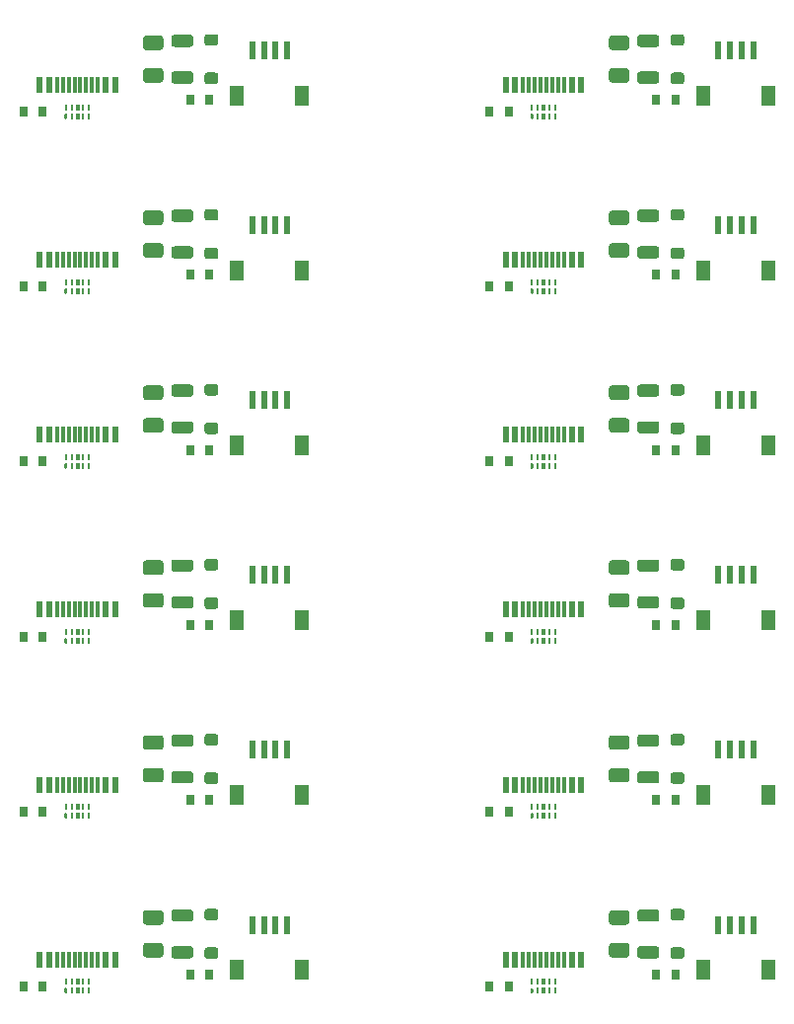
<source format=gbr>
%TF.GenerationSoftware,KiCad,Pcbnew,(5.1.11)-1*%
%TF.CreationDate,2022-08-13T18:26:06+07:00*%
%TF.ProjectId,Eclipse Voyager - Copy,45636c69-7073-4652-9056-6f7961676572,rev?*%
%TF.SameCoordinates,Original*%
%TF.FileFunction,Paste,Top*%
%TF.FilePolarity,Positive*%
%FSLAX46Y46*%
G04 Gerber Fmt 4.6, Leading zero omitted, Abs format (unit mm)*
G04 Created by KiCad (PCBNEW (5.1.11)-1) date 2022-08-13 18:26:06*
%MOMM*%
%LPD*%
G01*
G04 APERTURE LIST*
%ADD10R,0.300000X1.450000*%
%ADD11R,0.600000X1.450000*%
%ADD12R,0.600000X1.550000*%
%ADD13R,1.200000X1.800000*%
%ADD14R,0.800000X0.950000*%
%ADD15R,0.250000X0.550000*%
%ADD16R,0.300000X0.550000*%
G04 APERTURE END LIST*
D10*
%TO.C,USB1*%
X172250000Y-32695000D03*
X171750000Y-32695000D03*
X171250000Y-32695000D03*
X172750000Y-32695000D03*
X170750000Y-32695000D03*
X173250000Y-32695000D03*
X170250000Y-32695000D03*
X173750000Y-32695000D03*
D11*
X174450000Y-32695000D03*
X169550000Y-32695000D03*
X175225000Y-32695000D03*
X168775000Y-32695000D03*
%TD*%
D12*
%TO.C,J1*%
X189000000Y-104725000D03*
X190000000Y-104725000D03*
X188000000Y-104725000D03*
X187000000Y-104725000D03*
D13*
X185700000Y-108600000D03*
X191300000Y-108600000D03*
%TD*%
D12*
%TO.C,J1*%
X149000000Y-104725000D03*
X150000000Y-104725000D03*
X148000000Y-104725000D03*
X147000000Y-104725000D03*
D13*
X145700000Y-108600000D03*
X151300000Y-108600000D03*
%TD*%
D12*
%TO.C,J1*%
X189000000Y-89725000D03*
X190000000Y-89725000D03*
X188000000Y-89725000D03*
X187000000Y-89725000D03*
D13*
X185700000Y-93600000D03*
X191300000Y-93600000D03*
%TD*%
D12*
%TO.C,J1*%
X149000000Y-89725000D03*
X150000000Y-89725000D03*
X148000000Y-89725000D03*
X147000000Y-89725000D03*
D13*
X145700000Y-93600000D03*
X151300000Y-93600000D03*
%TD*%
D12*
%TO.C,J1*%
X189000000Y-74725000D03*
X190000000Y-74725000D03*
X188000000Y-74725000D03*
X187000000Y-74725000D03*
D13*
X185700000Y-78600000D03*
X191300000Y-78600000D03*
%TD*%
D12*
%TO.C,J1*%
X149000000Y-74725000D03*
X150000000Y-74725000D03*
X148000000Y-74725000D03*
X147000000Y-74725000D03*
D13*
X145700000Y-78600000D03*
X151300000Y-78600000D03*
%TD*%
D12*
%TO.C,J1*%
X189000000Y-59725000D03*
X190000000Y-59725000D03*
X188000000Y-59725000D03*
X187000000Y-59725000D03*
D13*
X185700000Y-63600000D03*
X191300000Y-63600000D03*
%TD*%
D12*
%TO.C,J1*%
X149000000Y-59725000D03*
X150000000Y-59725000D03*
X148000000Y-59725000D03*
X147000000Y-59725000D03*
D13*
X145700000Y-63600000D03*
X151300000Y-63600000D03*
%TD*%
D12*
%TO.C,J1*%
X189000000Y-44725000D03*
X190000000Y-44725000D03*
X188000000Y-44725000D03*
X187000000Y-44725000D03*
D13*
X185700000Y-48600000D03*
X191300000Y-48600000D03*
%TD*%
D12*
%TO.C,J1*%
X149000000Y-44725000D03*
X150000000Y-44725000D03*
X148000000Y-44725000D03*
X147000000Y-44725000D03*
D13*
X145700000Y-48600000D03*
X151300000Y-48600000D03*
%TD*%
D12*
%TO.C,J1*%
X189000000Y-29725000D03*
X190000000Y-29725000D03*
X188000000Y-29725000D03*
X187000000Y-29725000D03*
D13*
X185700000Y-33600000D03*
X191300000Y-33600000D03*
%TD*%
%TO.C,L1*%
G36*
G01*
X181700001Y-107600000D02*
X180299999Y-107600000D01*
G75*
G02*
X180050000Y-107350001I0J249999D01*
G01*
X180050000Y-106799999D01*
G75*
G02*
X180299999Y-106550000I249999J0D01*
G01*
X181700001Y-106550000D01*
G75*
G02*
X181950000Y-106799999I0J-249999D01*
G01*
X181950000Y-107350001D01*
G75*
G02*
X181700001Y-107600000I-249999J0D01*
G01*
G37*
G36*
G01*
X181700001Y-104450000D02*
X180299999Y-104450000D01*
G75*
G02*
X180050000Y-104200001I0J249999D01*
G01*
X180050000Y-103649999D01*
G75*
G02*
X180299999Y-103400000I249999J0D01*
G01*
X181700001Y-103400000D01*
G75*
G02*
X181950000Y-103649999I0J-249999D01*
G01*
X181950000Y-104200001D01*
G75*
G02*
X181700001Y-104450000I-249999J0D01*
G01*
G37*
%TD*%
%TO.C,L1*%
G36*
G01*
X141700001Y-107600000D02*
X140299999Y-107600000D01*
G75*
G02*
X140050000Y-107350001I0J249999D01*
G01*
X140050000Y-106799999D01*
G75*
G02*
X140299999Y-106550000I249999J0D01*
G01*
X141700001Y-106550000D01*
G75*
G02*
X141950000Y-106799999I0J-249999D01*
G01*
X141950000Y-107350001D01*
G75*
G02*
X141700001Y-107600000I-249999J0D01*
G01*
G37*
G36*
G01*
X141700001Y-104450000D02*
X140299999Y-104450000D01*
G75*
G02*
X140050000Y-104200001I0J249999D01*
G01*
X140050000Y-103649999D01*
G75*
G02*
X140299999Y-103400000I249999J0D01*
G01*
X141700001Y-103400000D01*
G75*
G02*
X141950000Y-103649999I0J-249999D01*
G01*
X141950000Y-104200001D01*
G75*
G02*
X141700001Y-104450000I-249999J0D01*
G01*
G37*
%TD*%
%TO.C,L1*%
G36*
G01*
X181700001Y-92600000D02*
X180299999Y-92600000D01*
G75*
G02*
X180050000Y-92350001I0J249999D01*
G01*
X180050000Y-91799999D01*
G75*
G02*
X180299999Y-91550000I249999J0D01*
G01*
X181700001Y-91550000D01*
G75*
G02*
X181950000Y-91799999I0J-249999D01*
G01*
X181950000Y-92350001D01*
G75*
G02*
X181700001Y-92600000I-249999J0D01*
G01*
G37*
G36*
G01*
X181700001Y-89450000D02*
X180299999Y-89450000D01*
G75*
G02*
X180050000Y-89200001I0J249999D01*
G01*
X180050000Y-88649999D01*
G75*
G02*
X180299999Y-88400000I249999J0D01*
G01*
X181700001Y-88400000D01*
G75*
G02*
X181950000Y-88649999I0J-249999D01*
G01*
X181950000Y-89200001D01*
G75*
G02*
X181700001Y-89450000I-249999J0D01*
G01*
G37*
%TD*%
%TO.C,L1*%
G36*
G01*
X141700001Y-92600000D02*
X140299999Y-92600000D01*
G75*
G02*
X140050000Y-92350001I0J249999D01*
G01*
X140050000Y-91799999D01*
G75*
G02*
X140299999Y-91550000I249999J0D01*
G01*
X141700001Y-91550000D01*
G75*
G02*
X141950000Y-91799999I0J-249999D01*
G01*
X141950000Y-92350001D01*
G75*
G02*
X141700001Y-92600000I-249999J0D01*
G01*
G37*
G36*
G01*
X141700001Y-89450000D02*
X140299999Y-89450000D01*
G75*
G02*
X140050000Y-89200001I0J249999D01*
G01*
X140050000Y-88649999D01*
G75*
G02*
X140299999Y-88400000I249999J0D01*
G01*
X141700001Y-88400000D01*
G75*
G02*
X141950000Y-88649999I0J-249999D01*
G01*
X141950000Y-89200001D01*
G75*
G02*
X141700001Y-89450000I-249999J0D01*
G01*
G37*
%TD*%
%TO.C,L1*%
G36*
G01*
X181700001Y-77600000D02*
X180299999Y-77600000D01*
G75*
G02*
X180050000Y-77350001I0J249999D01*
G01*
X180050000Y-76799999D01*
G75*
G02*
X180299999Y-76550000I249999J0D01*
G01*
X181700001Y-76550000D01*
G75*
G02*
X181950000Y-76799999I0J-249999D01*
G01*
X181950000Y-77350001D01*
G75*
G02*
X181700001Y-77600000I-249999J0D01*
G01*
G37*
G36*
G01*
X181700001Y-74450000D02*
X180299999Y-74450000D01*
G75*
G02*
X180050000Y-74200001I0J249999D01*
G01*
X180050000Y-73649999D01*
G75*
G02*
X180299999Y-73400000I249999J0D01*
G01*
X181700001Y-73400000D01*
G75*
G02*
X181950000Y-73649999I0J-249999D01*
G01*
X181950000Y-74200001D01*
G75*
G02*
X181700001Y-74450000I-249999J0D01*
G01*
G37*
%TD*%
%TO.C,L1*%
G36*
G01*
X141700001Y-77600000D02*
X140299999Y-77600000D01*
G75*
G02*
X140050000Y-77350001I0J249999D01*
G01*
X140050000Y-76799999D01*
G75*
G02*
X140299999Y-76550000I249999J0D01*
G01*
X141700001Y-76550000D01*
G75*
G02*
X141950000Y-76799999I0J-249999D01*
G01*
X141950000Y-77350001D01*
G75*
G02*
X141700001Y-77600000I-249999J0D01*
G01*
G37*
G36*
G01*
X141700001Y-74450000D02*
X140299999Y-74450000D01*
G75*
G02*
X140050000Y-74200001I0J249999D01*
G01*
X140050000Y-73649999D01*
G75*
G02*
X140299999Y-73400000I249999J0D01*
G01*
X141700001Y-73400000D01*
G75*
G02*
X141950000Y-73649999I0J-249999D01*
G01*
X141950000Y-74200001D01*
G75*
G02*
X141700001Y-74450000I-249999J0D01*
G01*
G37*
%TD*%
%TO.C,L1*%
G36*
G01*
X181700001Y-62600000D02*
X180299999Y-62600000D01*
G75*
G02*
X180050000Y-62350001I0J249999D01*
G01*
X180050000Y-61799999D01*
G75*
G02*
X180299999Y-61550000I249999J0D01*
G01*
X181700001Y-61550000D01*
G75*
G02*
X181950000Y-61799999I0J-249999D01*
G01*
X181950000Y-62350001D01*
G75*
G02*
X181700001Y-62600000I-249999J0D01*
G01*
G37*
G36*
G01*
X181700001Y-59450000D02*
X180299999Y-59450000D01*
G75*
G02*
X180050000Y-59200001I0J249999D01*
G01*
X180050000Y-58649999D01*
G75*
G02*
X180299999Y-58400000I249999J0D01*
G01*
X181700001Y-58400000D01*
G75*
G02*
X181950000Y-58649999I0J-249999D01*
G01*
X181950000Y-59200001D01*
G75*
G02*
X181700001Y-59450000I-249999J0D01*
G01*
G37*
%TD*%
%TO.C,L1*%
G36*
G01*
X141700001Y-62600000D02*
X140299999Y-62600000D01*
G75*
G02*
X140050000Y-62350001I0J249999D01*
G01*
X140050000Y-61799999D01*
G75*
G02*
X140299999Y-61550000I249999J0D01*
G01*
X141700001Y-61550000D01*
G75*
G02*
X141950000Y-61799999I0J-249999D01*
G01*
X141950000Y-62350001D01*
G75*
G02*
X141700001Y-62600000I-249999J0D01*
G01*
G37*
G36*
G01*
X141700001Y-59450000D02*
X140299999Y-59450000D01*
G75*
G02*
X140050000Y-59200001I0J249999D01*
G01*
X140050000Y-58649999D01*
G75*
G02*
X140299999Y-58400000I249999J0D01*
G01*
X141700001Y-58400000D01*
G75*
G02*
X141950000Y-58649999I0J-249999D01*
G01*
X141950000Y-59200001D01*
G75*
G02*
X141700001Y-59450000I-249999J0D01*
G01*
G37*
%TD*%
%TO.C,L1*%
G36*
G01*
X181700001Y-47600000D02*
X180299999Y-47600000D01*
G75*
G02*
X180050000Y-47350001I0J249999D01*
G01*
X180050000Y-46799999D01*
G75*
G02*
X180299999Y-46550000I249999J0D01*
G01*
X181700001Y-46550000D01*
G75*
G02*
X181950000Y-46799999I0J-249999D01*
G01*
X181950000Y-47350001D01*
G75*
G02*
X181700001Y-47600000I-249999J0D01*
G01*
G37*
G36*
G01*
X181700001Y-44450000D02*
X180299999Y-44450000D01*
G75*
G02*
X180050000Y-44200001I0J249999D01*
G01*
X180050000Y-43649999D01*
G75*
G02*
X180299999Y-43400000I249999J0D01*
G01*
X181700001Y-43400000D01*
G75*
G02*
X181950000Y-43649999I0J-249999D01*
G01*
X181950000Y-44200001D01*
G75*
G02*
X181700001Y-44450000I-249999J0D01*
G01*
G37*
%TD*%
%TO.C,L1*%
G36*
G01*
X141700001Y-47600000D02*
X140299999Y-47600000D01*
G75*
G02*
X140050000Y-47350001I0J249999D01*
G01*
X140050000Y-46799999D01*
G75*
G02*
X140299999Y-46550000I249999J0D01*
G01*
X141700001Y-46550000D01*
G75*
G02*
X141950000Y-46799999I0J-249999D01*
G01*
X141950000Y-47350001D01*
G75*
G02*
X141700001Y-47600000I-249999J0D01*
G01*
G37*
G36*
G01*
X141700001Y-44450000D02*
X140299999Y-44450000D01*
G75*
G02*
X140050000Y-44200001I0J249999D01*
G01*
X140050000Y-43649999D01*
G75*
G02*
X140299999Y-43400000I249999J0D01*
G01*
X141700001Y-43400000D01*
G75*
G02*
X141950000Y-43649999I0J-249999D01*
G01*
X141950000Y-44200001D01*
G75*
G02*
X141700001Y-44450000I-249999J0D01*
G01*
G37*
%TD*%
%TO.C,L1*%
G36*
G01*
X181700001Y-32600000D02*
X180299999Y-32600000D01*
G75*
G02*
X180050000Y-32350001I0J249999D01*
G01*
X180050000Y-31799999D01*
G75*
G02*
X180299999Y-31550000I249999J0D01*
G01*
X181700001Y-31550000D01*
G75*
G02*
X181950000Y-31799999I0J-249999D01*
G01*
X181950000Y-32350001D01*
G75*
G02*
X181700001Y-32600000I-249999J0D01*
G01*
G37*
G36*
G01*
X181700001Y-29450000D02*
X180299999Y-29450000D01*
G75*
G02*
X180050000Y-29200001I0J249999D01*
G01*
X180050000Y-28649999D01*
G75*
G02*
X180299999Y-28400000I249999J0D01*
G01*
X181700001Y-28400000D01*
G75*
G02*
X181950000Y-28649999I0J-249999D01*
G01*
X181950000Y-29200001D01*
G75*
G02*
X181700001Y-29450000I-249999J0D01*
G01*
G37*
%TD*%
%TO.C,F1*%
G36*
G01*
X179125000Y-107525000D02*
X177875000Y-107525000D01*
G75*
G02*
X177625000Y-107275000I0J250000D01*
G01*
X177625000Y-106525000D01*
G75*
G02*
X177875000Y-106275000I250000J0D01*
G01*
X179125000Y-106275000D01*
G75*
G02*
X179375000Y-106525000I0J-250000D01*
G01*
X179375000Y-107275000D01*
G75*
G02*
X179125000Y-107525000I-250000J0D01*
G01*
G37*
G36*
G01*
X179125000Y-104725000D02*
X177875000Y-104725000D01*
G75*
G02*
X177625000Y-104475000I0J250000D01*
G01*
X177625000Y-103725000D01*
G75*
G02*
X177875000Y-103475000I250000J0D01*
G01*
X179125000Y-103475000D01*
G75*
G02*
X179375000Y-103725000I0J-250000D01*
G01*
X179375000Y-104475000D01*
G75*
G02*
X179125000Y-104725000I-250000J0D01*
G01*
G37*
%TD*%
%TO.C,F1*%
G36*
G01*
X139125000Y-107525000D02*
X137875000Y-107525000D01*
G75*
G02*
X137625000Y-107275000I0J250000D01*
G01*
X137625000Y-106525000D01*
G75*
G02*
X137875000Y-106275000I250000J0D01*
G01*
X139125000Y-106275000D01*
G75*
G02*
X139375000Y-106525000I0J-250000D01*
G01*
X139375000Y-107275000D01*
G75*
G02*
X139125000Y-107525000I-250000J0D01*
G01*
G37*
G36*
G01*
X139125000Y-104725000D02*
X137875000Y-104725000D01*
G75*
G02*
X137625000Y-104475000I0J250000D01*
G01*
X137625000Y-103725000D01*
G75*
G02*
X137875000Y-103475000I250000J0D01*
G01*
X139125000Y-103475000D01*
G75*
G02*
X139375000Y-103725000I0J-250000D01*
G01*
X139375000Y-104475000D01*
G75*
G02*
X139125000Y-104725000I-250000J0D01*
G01*
G37*
%TD*%
%TO.C,F1*%
G36*
G01*
X179125000Y-92525000D02*
X177875000Y-92525000D01*
G75*
G02*
X177625000Y-92275000I0J250000D01*
G01*
X177625000Y-91525000D01*
G75*
G02*
X177875000Y-91275000I250000J0D01*
G01*
X179125000Y-91275000D01*
G75*
G02*
X179375000Y-91525000I0J-250000D01*
G01*
X179375000Y-92275000D01*
G75*
G02*
X179125000Y-92525000I-250000J0D01*
G01*
G37*
G36*
G01*
X179125000Y-89725000D02*
X177875000Y-89725000D01*
G75*
G02*
X177625000Y-89475000I0J250000D01*
G01*
X177625000Y-88725000D01*
G75*
G02*
X177875000Y-88475000I250000J0D01*
G01*
X179125000Y-88475000D01*
G75*
G02*
X179375000Y-88725000I0J-250000D01*
G01*
X179375000Y-89475000D01*
G75*
G02*
X179125000Y-89725000I-250000J0D01*
G01*
G37*
%TD*%
%TO.C,F1*%
G36*
G01*
X139125000Y-92525000D02*
X137875000Y-92525000D01*
G75*
G02*
X137625000Y-92275000I0J250000D01*
G01*
X137625000Y-91525000D01*
G75*
G02*
X137875000Y-91275000I250000J0D01*
G01*
X139125000Y-91275000D01*
G75*
G02*
X139375000Y-91525000I0J-250000D01*
G01*
X139375000Y-92275000D01*
G75*
G02*
X139125000Y-92525000I-250000J0D01*
G01*
G37*
G36*
G01*
X139125000Y-89725000D02*
X137875000Y-89725000D01*
G75*
G02*
X137625000Y-89475000I0J250000D01*
G01*
X137625000Y-88725000D01*
G75*
G02*
X137875000Y-88475000I250000J0D01*
G01*
X139125000Y-88475000D01*
G75*
G02*
X139375000Y-88725000I0J-250000D01*
G01*
X139375000Y-89475000D01*
G75*
G02*
X139125000Y-89725000I-250000J0D01*
G01*
G37*
%TD*%
%TO.C,F1*%
G36*
G01*
X179125000Y-77525000D02*
X177875000Y-77525000D01*
G75*
G02*
X177625000Y-77275000I0J250000D01*
G01*
X177625000Y-76525000D01*
G75*
G02*
X177875000Y-76275000I250000J0D01*
G01*
X179125000Y-76275000D01*
G75*
G02*
X179375000Y-76525000I0J-250000D01*
G01*
X179375000Y-77275000D01*
G75*
G02*
X179125000Y-77525000I-250000J0D01*
G01*
G37*
G36*
G01*
X179125000Y-74725000D02*
X177875000Y-74725000D01*
G75*
G02*
X177625000Y-74475000I0J250000D01*
G01*
X177625000Y-73725000D01*
G75*
G02*
X177875000Y-73475000I250000J0D01*
G01*
X179125000Y-73475000D01*
G75*
G02*
X179375000Y-73725000I0J-250000D01*
G01*
X179375000Y-74475000D01*
G75*
G02*
X179125000Y-74725000I-250000J0D01*
G01*
G37*
%TD*%
%TO.C,F1*%
G36*
G01*
X139125000Y-77525000D02*
X137875000Y-77525000D01*
G75*
G02*
X137625000Y-77275000I0J250000D01*
G01*
X137625000Y-76525000D01*
G75*
G02*
X137875000Y-76275000I250000J0D01*
G01*
X139125000Y-76275000D01*
G75*
G02*
X139375000Y-76525000I0J-250000D01*
G01*
X139375000Y-77275000D01*
G75*
G02*
X139125000Y-77525000I-250000J0D01*
G01*
G37*
G36*
G01*
X139125000Y-74725000D02*
X137875000Y-74725000D01*
G75*
G02*
X137625000Y-74475000I0J250000D01*
G01*
X137625000Y-73725000D01*
G75*
G02*
X137875000Y-73475000I250000J0D01*
G01*
X139125000Y-73475000D01*
G75*
G02*
X139375000Y-73725000I0J-250000D01*
G01*
X139375000Y-74475000D01*
G75*
G02*
X139125000Y-74725000I-250000J0D01*
G01*
G37*
%TD*%
%TO.C,F1*%
G36*
G01*
X179125000Y-62525000D02*
X177875000Y-62525000D01*
G75*
G02*
X177625000Y-62275000I0J250000D01*
G01*
X177625000Y-61525000D01*
G75*
G02*
X177875000Y-61275000I250000J0D01*
G01*
X179125000Y-61275000D01*
G75*
G02*
X179375000Y-61525000I0J-250000D01*
G01*
X179375000Y-62275000D01*
G75*
G02*
X179125000Y-62525000I-250000J0D01*
G01*
G37*
G36*
G01*
X179125000Y-59725000D02*
X177875000Y-59725000D01*
G75*
G02*
X177625000Y-59475000I0J250000D01*
G01*
X177625000Y-58725000D01*
G75*
G02*
X177875000Y-58475000I250000J0D01*
G01*
X179125000Y-58475000D01*
G75*
G02*
X179375000Y-58725000I0J-250000D01*
G01*
X179375000Y-59475000D01*
G75*
G02*
X179125000Y-59725000I-250000J0D01*
G01*
G37*
%TD*%
%TO.C,F1*%
G36*
G01*
X139125000Y-62525000D02*
X137875000Y-62525000D01*
G75*
G02*
X137625000Y-62275000I0J250000D01*
G01*
X137625000Y-61525000D01*
G75*
G02*
X137875000Y-61275000I250000J0D01*
G01*
X139125000Y-61275000D01*
G75*
G02*
X139375000Y-61525000I0J-250000D01*
G01*
X139375000Y-62275000D01*
G75*
G02*
X139125000Y-62525000I-250000J0D01*
G01*
G37*
G36*
G01*
X139125000Y-59725000D02*
X137875000Y-59725000D01*
G75*
G02*
X137625000Y-59475000I0J250000D01*
G01*
X137625000Y-58725000D01*
G75*
G02*
X137875000Y-58475000I250000J0D01*
G01*
X139125000Y-58475000D01*
G75*
G02*
X139375000Y-58725000I0J-250000D01*
G01*
X139375000Y-59475000D01*
G75*
G02*
X139125000Y-59725000I-250000J0D01*
G01*
G37*
%TD*%
%TO.C,F1*%
G36*
G01*
X179125000Y-47525000D02*
X177875000Y-47525000D01*
G75*
G02*
X177625000Y-47275000I0J250000D01*
G01*
X177625000Y-46525000D01*
G75*
G02*
X177875000Y-46275000I250000J0D01*
G01*
X179125000Y-46275000D01*
G75*
G02*
X179375000Y-46525000I0J-250000D01*
G01*
X179375000Y-47275000D01*
G75*
G02*
X179125000Y-47525000I-250000J0D01*
G01*
G37*
G36*
G01*
X179125000Y-44725000D02*
X177875000Y-44725000D01*
G75*
G02*
X177625000Y-44475000I0J250000D01*
G01*
X177625000Y-43725000D01*
G75*
G02*
X177875000Y-43475000I250000J0D01*
G01*
X179125000Y-43475000D01*
G75*
G02*
X179375000Y-43725000I0J-250000D01*
G01*
X179375000Y-44475000D01*
G75*
G02*
X179125000Y-44725000I-250000J0D01*
G01*
G37*
%TD*%
%TO.C,F1*%
G36*
G01*
X139125000Y-47525000D02*
X137875000Y-47525000D01*
G75*
G02*
X137625000Y-47275000I0J250000D01*
G01*
X137625000Y-46525000D01*
G75*
G02*
X137875000Y-46275000I250000J0D01*
G01*
X139125000Y-46275000D01*
G75*
G02*
X139375000Y-46525000I0J-250000D01*
G01*
X139375000Y-47275000D01*
G75*
G02*
X139125000Y-47525000I-250000J0D01*
G01*
G37*
G36*
G01*
X139125000Y-44725000D02*
X137875000Y-44725000D01*
G75*
G02*
X137625000Y-44475000I0J250000D01*
G01*
X137625000Y-43725000D01*
G75*
G02*
X137875000Y-43475000I250000J0D01*
G01*
X139125000Y-43475000D01*
G75*
G02*
X139375000Y-43725000I0J-250000D01*
G01*
X139375000Y-44475000D01*
G75*
G02*
X139125000Y-44725000I-250000J0D01*
G01*
G37*
%TD*%
%TO.C,F1*%
G36*
G01*
X179125000Y-32525000D02*
X177875000Y-32525000D01*
G75*
G02*
X177625000Y-32275000I0J250000D01*
G01*
X177625000Y-31525000D01*
G75*
G02*
X177875000Y-31275000I250000J0D01*
G01*
X179125000Y-31275000D01*
G75*
G02*
X179375000Y-31525000I0J-250000D01*
G01*
X179375000Y-32275000D01*
G75*
G02*
X179125000Y-32525000I-250000J0D01*
G01*
G37*
G36*
G01*
X179125000Y-29725000D02*
X177875000Y-29725000D01*
G75*
G02*
X177625000Y-29475000I0J250000D01*
G01*
X177625000Y-28725000D01*
G75*
G02*
X177875000Y-28475000I250000J0D01*
G01*
X179125000Y-28475000D01*
G75*
G02*
X179375000Y-28725000I0J-250000D01*
G01*
X179375000Y-29475000D01*
G75*
G02*
X179125000Y-29725000I-250000J0D01*
G01*
G37*
%TD*%
D14*
%TO.C,R2*%
X167375000Y-110000000D03*
X169025000Y-110000000D03*
%TD*%
%TO.C,R2*%
X127375000Y-110000000D03*
X129025000Y-110000000D03*
%TD*%
%TO.C,R2*%
X167375000Y-95000000D03*
X169025000Y-95000000D03*
%TD*%
%TO.C,R2*%
X127375000Y-95000000D03*
X129025000Y-95000000D03*
%TD*%
%TO.C,R2*%
X167375000Y-80000000D03*
X169025000Y-80000000D03*
%TD*%
%TO.C,R2*%
X127375000Y-80000000D03*
X129025000Y-80000000D03*
%TD*%
%TO.C,R2*%
X167375000Y-65000000D03*
X169025000Y-65000000D03*
%TD*%
%TO.C,R2*%
X127375000Y-65000000D03*
X129025000Y-65000000D03*
%TD*%
%TO.C,R2*%
X167375000Y-50000000D03*
X169025000Y-50000000D03*
%TD*%
%TO.C,R2*%
X127375000Y-50000000D03*
X129025000Y-50000000D03*
%TD*%
%TO.C,R2*%
X167375000Y-35000000D03*
X169025000Y-35000000D03*
%TD*%
%TO.C,R1*%
X183325000Y-109000000D03*
X181675000Y-109000000D03*
%TD*%
%TO.C,R1*%
X143325000Y-109000000D03*
X141675000Y-109000000D03*
%TD*%
%TO.C,R1*%
X183325000Y-94000000D03*
X181675000Y-94000000D03*
%TD*%
%TO.C,R1*%
X143325000Y-94000000D03*
X141675000Y-94000000D03*
%TD*%
%TO.C,R1*%
X183325000Y-79000000D03*
X181675000Y-79000000D03*
%TD*%
%TO.C,R1*%
X143325000Y-79000000D03*
X141675000Y-79000000D03*
%TD*%
%TO.C,R1*%
X183325000Y-64000000D03*
X181675000Y-64000000D03*
%TD*%
%TO.C,R1*%
X143325000Y-64000000D03*
X141675000Y-64000000D03*
%TD*%
%TO.C,R1*%
X183325000Y-49000000D03*
X181675000Y-49000000D03*
%TD*%
%TO.C,R1*%
X143325000Y-49000000D03*
X141675000Y-49000000D03*
%TD*%
%TO.C,R1*%
X183325000Y-34000000D03*
X181675000Y-34000000D03*
%TD*%
%TO.C,D1*%
G36*
G01*
X183850000Y-107650000D02*
X183150000Y-107650000D01*
G75*
G02*
X182900000Y-107400000I0J250000D01*
G01*
X182900000Y-106900000D01*
G75*
G02*
X183150000Y-106650000I250000J0D01*
G01*
X183850000Y-106650000D01*
G75*
G02*
X184100000Y-106900000I0J-250000D01*
G01*
X184100000Y-107400000D01*
G75*
G02*
X183850000Y-107650000I-250000J0D01*
G01*
G37*
G36*
G01*
X183850000Y-104350000D02*
X183150000Y-104350000D01*
G75*
G02*
X182900000Y-104100000I0J250000D01*
G01*
X182900000Y-103600000D01*
G75*
G02*
X183150000Y-103350000I250000J0D01*
G01*
X183850000Y-103350000D01*
G75*
G02*
X184100000Y-103600000I0J-250000D01*
G01*
X184100000Y-104100000D01*
G75*
G02*
X183850000Y-104350000I-250000J0D01*
G01*
G37*
%TD*%
%TO.C,D1*%
G36*
G01*
X143850000Y-107650000D02*
X143150000Y-107650000D01*
G75*
G02*
X142900000Y-107400000I0J250000D01*
G01*
X142900000Y-106900000D01*
G75*
G02*
X143150000Y-106650000I250000J0D01*
G01*
X143850000Y-106650000D01*
G75*
G02*
X144100000Y-106900000I0J-250000D01*
G01*
X144100000Y-107400000D01*
G75*
G02*
X143850000Y-107650000I-250000J0D01*
G01*
G37*
G36*
G01*
X143850000Y-104350000D02*
X143150000Y-104350000D01*
G75*
G02*
X142900000Y-104100000I0J250000D01*
G01*
X142900000Y-103600000D01*
G75*
G02*
X143150000Y-103350000I250000J0D01*
G01*
X143850000Y-103350000D01*
G75*
G02*
X144100000Y-103600000I0J-250000D01*
G01*
X144100000Y-104100000D01*
G75*
G02*
X143850000Y-104350000I-250000J0D01*
G01*
G37*
%TD*%
%TO.C,D1*%
G36*
G01*
X183850000Y-92650000D02*
X183150000Y-92650000D01*
G75*
G02*
X182900000Y-92400000I0J250000D01*
G01*
X182900000Y-91900000D01*
G75*
G02*
X183150000Y-91650000I250000J0D01*
G01*
X183850000Y-91650000D01*
G75*
G02*
X184100000Y-91900000I0J-250000D01*
G01*
X184100000Y-92400000D01*
G75*
G02*
X183850000Y-92650000I-250000J0D01*
G01*
G37*
G36*
G01*
X183850000Y-89350000D02*
X183150000Y-89350000D01*
G75*
G02*
X182900000Y-89100000I0J250000D01*
G01*
X182900000Y-88600000D01*
G75*
G02*
X183150000Y-88350000I250000J0D01*
G01*
X183850000Y-88350000D01*
G75*
G02*
X184100000Y-88600000I0J-250000D01*
G01*
X184100000Y-89100000D01*
G75*
G02*
X183850000Y-89350000I-250000J0D01*
G01*
G37*
%TD*%
%TO.C,D1*%
G36*
G01*
X143850000Y-92650000D02*
X143150000Y-92650000D01*
G75*
G02*
X142900000Y-92400000I0J250000D01*
G01*
X142900000Y-91900000D01*
G75*
G02*
X143150000Y-91650000I250000J0D01*
G01*
X143850000Y-91650000D01*
G75*
G02*
X144100000Y-91900000I0J-250000D01*
G01*
X144100000Y-92400000D01*
G75*
G02*
X143850000Y-92650000I-250000J0D01*
G01*
G37*
G36*
G01*
X143850000Y-89350000D02*
X143150000Y-89350000D01*
G75*
G02*
X142900000Y-89100000I0J250000D01*
G01*
X142900000Y-88600000D01*
G75*
G02*
X143150000Y-88350000I250000J0D01*
G01*
X143850000Y-88350000D01*
G75*
G02*
X144100000Y-88600000I0J-250000D01*
G01*
X144100000Y-89100000D01*
G75*
G02*
X143850000Y-89350000I-250000J0D01*
G01*
G37*
%TD*%
%TO.C,D1*%
G36*
G01*
X183850000Y-77650000D02*
X183150000Y-77650000D01*
G75*
G02*
X182900000Y-77400000I0J250000D01*
G01*
X182900000Y-76900000D01*
G75*
G02*
X183150000Y-76650000I250000J0D01*
G01*
X183850000Y-76650000D01*
G75*
G02*
X184100000Y-76900000I0J-250000D01*
G01*
X184100000Y-77400000D01*
G75*
G02*
X183850000Y-77650000I-250000J0D01*
G01*
G37*
G36*
G01*
X183850000Y-74350000D02*
X183150000Y-74350000D01*
G75*
G02*
X182900000Y-74100000I0J250000D01*
G01*
X182900000Y-73600000D01*
G75*
G02*
X183150000Y-73350000I250000J0D01*
G01*
X183850000Y-73350000D01*
G75*
G02*
X184100000Y-73600000I0J-250000D01*
G01*
X184100000Y-74100000D01*
G75*
G02*
X183850000Y-74350000I-250000J0D01*
G01*
G37*
%TD*%
%TO.C,D1*%
G36*
G01*
X143850000Y-77650000D02*
X143150000Y-77650000D01*
G75*
G02*
X142900000Y-77400000I0J250000D01*
G01*
X142900000Y-76900000D01*
G75*
G02*
X143150000Y-76650000I250000J0D01*
G01*
X143850000Y-76650000D01*
G75*
G02*
X144100000Y-76900000I0J-250000D01*
G01*
X144100000Y-77400000D01*
G75*
G02*
X143850000Y-77650000I-250000J0D01*
G01*
G37*
G36*
G01*
X143850000Y-74350000D02*
X143150000Y-74350000D01*
G75*
G02*
X142900000Y-74100000I0J250000D01*
G01*
X142900000Y-73600000D01*
G75*
G02*
X143150000Y-73350000I250000J0D01*
G01*
X143850000Y-73350000D01*
G75*
G02*
X144100000Y-73600000I0J-250000D01*
G01*
X144100000Y-74100000D01*
G75*
G02*
X143850000Y-74350000I-250000J0D01*
G01*
G37*
%TD*%
%TO.C,D1*%
G36*
G01*
X183850000Y-62650000D02*
X183150000Y-62650000D01*
G75*
G02*
X182900000Y-62400000I0J250000D01*
G01*
X182900000Y-61900000D01*
G75*
G02*
X183150000Y-61650000I250000J0D01*
G01*
X183850000Y-61650000D01*
G75*
G02*
X184100000Y-61900000I0J-250000D01*
G01*
X184100000Y-62400000D01*
G75*
G02*
X183850000Y-62650000I-250000J0D01*
G01*
G37*
G36*
G01*
X183850000Y-59350000D02*
X183150000Y-59350000D01*
G75*
G02*
X182900000Y-59100000I0J250000D01*
G01*
X182900000Y-58600000D01*
G75*
G02*
X183150000Y-58350000I250000J0D01*
G01*
X183850000Y-58350000D01*
G75*
G02*
X184100000Y-58600000I0J-250000D01*
G01*
X184100000Y-59100000D01*
G75*
G02*
X183850000Y-59350000I-250000J0D01*
G01*
G37*
%TD*%
%TO.C,D1*%
G36*
G01*
X143850000Y-62650000D02*
X143150000Y-62650000D01*
G75*
G02*
X142900000Y-62400000I0J250000D01*
G01*
X142900000Y-61900000D01*
G75*
G02*
X143150000Y-61650000I250000J0D01*
G01*
X143850000Y-61650000D01*
G75*
G02*
X144100000Y-61900000I0J-250000D01*
G01*
X144100000Y-62400000D01*
G75*
G02*
X143850000Y-62650000I-250000J0D01*
G01*
G37*
G36*
G01*
X143850000Y-59350000D02*
X143150000Y-59350000D01*
G75*
G02*
X142900000Y-59100000I0J250000D01*
G01*
X142900000Y-58600000D01*
G75*
G02*
X143150000Y-58350000I250000J0D01*
G01*
X143850000Y-58350000D01*
G75*
G02*
X144100000Y-58600000I0J-250000D01*
G01*
X144100000Y-59100000D01*
G75*
G02*
X143850000Y-59350000I-250000J0D01*
G01*
G37*
%TD*%
%TO.C,D1*%
G36*
G01*
X183850000Y-47650000D02*
X183150000Y-47650000D01*
G75*
G02*
X182900000Y-47400000I0J250000D01*
G01*
X182900000Y-46900000D01*
G75*
G02*
X183150000Y-46650000I250000J0D01*
G01*
X183850000Y-46650000D01*
G75*
G02*
X184100000Y-46900000I0J-250000D01*
G01*
X184100000Y-47400000D01*
G75*
G02*
X183850000Y-47650000I-250000J0D01*
G01*
G37*
G36*
G01*
X183850000Y-44350000D02*
X183150000Y-44350000D01*
G75*
G02*
X182900000Y-44100000I0J250000D01*
G01*
X182900000Y-43600000D01*
G75*
G02*
X183150000Y-43350000I250000J0D01*
G01*
X183850000Y-43350000D01*
G75*
G02*
X184100000Y-43600000I0J-250000D01*
G01*
X184100000Y-44100000D01*
G75*
G02*
X183850000Y-44350000I-250000J0D01*
G01*
G37*
%TD*%
%TO.C,D1*%
G36*
G01*
X143850000Y-47650000D02*
X143150000Y-47650000D01*
G75*
G02*
X142900000Y-47400000I0J250000D01*
G01*
X142900000Y-46900000D01*
G75*
G02*
X143150000Y-46650000I250000J0D01*
G01*
X143850000Y-46650000D01*
G75*
G02*
X144100000Y-46900000I0J-250000D01*
G01*
X144100000Y-47400000D01*
G75*
G02*
X143850000Y-47650000I-250000J0D01*
G01*
G37*
G36*
G01*
X143850000Y-44350000D02*
X143150000Y-44350000D01*
G75*
G02*
X142900000Y-44100000I0J250000D01*
G01*
X142900000Y-43600000D01*
G75*
G02*
X143150000Y-43350000I250000J0D01*
G01*
X143850000Y-43350000D01*
G75*
G02*
X144100000Y-43600000I0J-250000D01*
G01*
X144100000Y-44100000D01*
G75*
G02*
X143850000Y-44350000I-250000J0D01*
G01*
G37*
%TD*%
%TO.C,D1*%
G36*
G01*
X183850000Y-32650000D02*
X183150000Y-32650000D01*
G75*
G02*
X182900000Y-32400000I0J250000D01*
G01*
X182900000Y-31900000D01*
G75*
G02*
X183150000Y-31650000I250000J0D01*
G01*
X183850000Y-31650000D01*
G75*
G02*
X184100000Y-31900000I0J-250000D01*
G01*
X184100000Y-32400000D01*
G75*
G02*
X183850000Y-32650000I-250000J0D01*
G01*
G37*
G36*
G01*
X183850000Y-29350000D02*
X183150000Y-29350000D01*
G75*
G02*
X182900000Y-29100000I0J250000D01*
G01*
X182900000Y-28600000D01*
G75*
G02*
X183150000Y-28350000I250000J0D01*
G01*
X183850000Y-28350000D01*
G75*
G02*
X184100000Y-28600000I0J-250000D01*
G01*
X184100000Y-29100000D01*
G75*
G02*
X183850000Y-29350000I-250000J0D01*
G01*
G37*
%TD*%
%TO.C,U1*%
G36*
G01*
X170875000Y-110535000D02*
X170875000Y-110235000D01*
G75*
G02*
X171000000Y-110110000I125000J0D01*
G01*
X171000000Y-110110000D01*
G75*
G02*
X171125000Y-110235000I0J-125000D01*
G01*
X171125000Y-110535000D01*
G75*
G02*
X171000000Y-110660000I-125000J0D01*
G01*
X171000000Y-110660000D01*
G75*
G02*
X170875000Y-110535000I0J125000D01*
G01*
G37*
D15*
X171500000Y-110385000D03*
D16*
X172000000Y-110385000D03*
D15*
X172500000Y-110385000D03*
X173000000Y-110385000D03*
X171500000Y-109615000D03*
X173000000Y-109615000D03*
X172500000Y-109615000D03*
X171000000Y-109615000D03*
D16*
X172000000Y-109615000D03*
%TD*%
%TO.C,U1*%
G36*
G01*
X130875000Y-110535000D02*
X130875000Y-110235000D01*
G75*
G02*
X131000000Y-110110000I125000J0D01*
G01*
X131000000Y-110110000D01*
G75*
G02*
X131125000Y-110235000I0J-125000D01*
G01*
X131125000Y-110535000D01*
G75*
G02*
X131000000Y-110660000I-125000J0D01*
G01*
X131000000Y-110660000D01*
G75*
G02*
X130875000Y-110535000I0J125000D01*
G01*
G37*
D15*
X131500000Y-110385000D03*
D16*
X132000000Y-110385000D03*
D15*
X132500000Y-110385000D03*
X133000000Y-110385000D03*
X131500000Y-109615000D03*
X133000000Y-109615000D03*
X132500000Y-109615000D03*
X131000000Y-109615000D03*
D16*
X132000000Y-109615000D03*
%TD*%
%TO.C,U1*%
G36*
G01*
X170875000Y-95535000D02*
X170875000Y-95235000D01*
G75*
G02*
X171000000Y-95110000I125000J0D01*
G01*
X171000000Y-95110000D01*
G75*
G02*
X171125000Y-95235000I0J-125000D01*
G01*
X171125000Y-95535000D01*
G75*
G02*
X171000000Y-95660000I-125000J0D01*
G01*
X171000000Y-95660000D01*
G75*
G02*
X170875000Y-95535000I0J125000D01*
G01*
G37*
D15*
X171500000Y-95385000D03*
D16*
X172000000Y-95385000D03*
D15*
X172500000Y-95385000D03*
X173000000Y-95385000D03*
X171500000Y-94615000D03*
X173000000Y-94615000D03*
X172500000Y-94615000D03*
X171000000Y-94615000D03*
D16*
X172000000Y-94615000D03*
%TD*%
%TO.C,U1*%
G36*
G01*
X130875000Y-95535000D02*
X130875000Y-95235000D01*
G75*
G02*
X131000000Y-95110000I125000J0D01*
G01*
X131000000Y-95110000D01*
G75*
G02*
X131125000Y-95235000I0J-125000D01*
G01*
X131125000Y-95535000D01*
G75*
G02*
X131000000Y-95660000I-125000J0D01*
G01*
X131000000Y-95660000D01*
G75*
G02*
X130875000Y-95535000I0J125000D01*
G01*
G37*
D15*
X131500000Y-95385000D03*
D16*
X132000000Y-95385000D03*
D15*
X132500000Y-95385000D03*
X133000000Y-95385000D03*
X131500000Y-94615000D03*
X133000000Y-94615000D03*
X132500000Y-94615000D03*
X131000000Y-94615000D03*
D16*
X132000000Y-94615000D03*
%TD*%
%TO.C,U1*%
G36*
G01*
X170875000Y-80535000D02*
X170875000Y-80235000D01*
G75*
G02*
X171000000Y-80110000I125000J0D01*
G01*
X171000000Y-80110000D01*
G75*
G02*
X171125000Y-80235000I0J-125000D01*
G01*
X171125000Y-80535000D01*
G75*
G02*
X171000000Y-80660000I-125000J0D01*
G01*
X171000000Y-80660000D01*
G75*
G02*
X170875000Y-80535000I0J125000D01*
G01*
G37*
D15*
X171500000Y-80385000D03*
D16*
X172000000Y-80385000D03*
D15*
X172500000Y-80385000D03*
X173000000Y-80385000D03*
X171500000Y-79615000D03*
X173000000Y-79615000D03*
X172500000Y-79615000D03*
X171000000Y-79615000D03*
D16*
X172000000Y-79615000D03*
%TD*%
%TO.C,U1*%
G36*
G01*
X130875000Y-80535000D02*
X130875000Y-80235000D01*
G75*
G02*
X131000000Y-80110000I125000J0D01*
G01*
X131000000Y-80110000D01*
G75*
G02*
X131125000Y-80235000I0J-125000D01*
G01*
X131125000Y-80535000D01*
G75*
G02*
X131000000Y-80660000I-125000J0D01*
G01*
X131000000Y-80660000D01*
G75*
G02*
X130875000Y-80535000I0J125000D01*
G01*
G37*
D15*
X131500000Y-80385000D03*
D16*
X132000000Y-80385000D03*
D15*
X132500000Y-80385000D03*
X133000000Y-80385000D03*
X131500000Y-79615000D03*
X133000000Y-79615000D03*
X132500000Y-79615000D03*
X131000000Y-79615000D03*
D16*
X132000000Y-79615000D03*
%TD*%
%TO.C,U1*%
G36*
G01*
X170875000Y-65535000D02*
X170875000Y-65235000D01*
G75*
G02*
X171000000Y-65110000I125000J0D01*
G01*
X171000000Y-65110000D01*
G75*
G02*
X171125000Y-65235000I0J-125000D01*
G01*
X171125000Y-65535000D01*
G75*
G02*
X171000000Y-65660000I-125000J0D01*
G01*
X171000000Y-65660000D01*
G75*
G02*
X170875000Y-65535000I0J125000D01*
G01*
G37*
D15*
X171500000Y-65385000D03*
D16*
X172000000Y-65385000D03*
D15*
X172500000Y-65385000D03*
X173000000Y-65385000D03*
X171500000Y-64615000D03*
X173000000Y-64615000D03*
X172500000Y-64615000D03*
X171000000Y-64615000D03*
D16*
X172000000Y-64615000D03*
%TD*%
%TO.C,U1*%
G36*
G01*
X130875000Y-65535000D02*
X130875000Y-65235000D01*
G75*
G02*
X131000000Y-65110000I125000J0D01*
G01*
X131000000Y-65110000D01*
G75*
G02*
X131125000Y-65235000I0J-125000D01*
G01*
X131125000Y-65535000D01*
G75*
G02*
X131000000Y-65660000I-125000J0D01*
G01*
X131000000Y-65660000D01*
G75*
G02*
X130875000Y-65535000I0J125000D01*
G01*
G37*
D15*
X131500000Y-65385000D03*
D16*
X132000000Y-65385000D03*
D15*
X132500000Y-65385000D03*
X133000000Y-65385000D03*
X131500000Y-64615000D03*
X133000000Y-64615000D03*
X132500000Y-64615000D03*
X131000000Y-64615000D03*
D16*
X132000000Y-64615000D03*
%TD*%
%TO.C,U1*%
G36*
G01*
X170875000Y-50535000D02*
X170875000Y-50235000D01*
G75*
G02*
X171000000Y-50110000I125000J0D01*
G01*
X171000000Y-50110000D01*
G75*
G02*
X171125000Y-50235000I0J-125000D01*
G01*
X171125000Y-50535000D01*
G75*
G02*
X171000000Y-50660000I-125000J0D01*
G01*
X171000000Y-50660000D01*
G75*
G02*
X170875000Y-50535000I0J125000D01*
G01*
G37*
D15*
X171500000Y-50385000D03*
D16*
X172000000Y-50385000D03*
D15*
X172500000Y-50385000D03*
X173000000Y-50385000D03*
X171500000Y-49615000D03*
X173000000Y-49615000D03*
X172500000Y-49615000D03*
X171000000Y-49615000D03*
D16*
X172000000Y-49615000D03*
%TD*%
%TO.C,U1*%
G36*
G01*
X130875000Y-50535000D02*
X130875000Y-50235000D01*
G75*
G02*
X131000000Y-50110000I125000J0D01*
G01*
X131000000Y-50110000D01*
G75*
G02*
X131125000Y-50235000I0J-125000D01*
G01*
X131125000Y-50535000D01*
G75*
G02*
X131000000Y-50660000I-125000J0D01*
G01*
X131000000Y-50660000D01*
G75*
G02*
X130875000Y-50535000I0J125000D01*
G01*
G37*
D15*
X131500000Y-50385000D03*
D16*
X132000000Y-50385000D03*
D15*
X132500000Y-50385000D03*
X133000000Y-50385000D03*
X131500000Y-49615000D03*
X133000000Y-49615000D03*
X132500000Y-49615000D03*
X131000000Y-49615000D03*
D16*
X132000000Y-49615000D03*
%TD*%
%TO.C,U1*%
G36*
G01*
X170875000Y-35535000D02*
X170875000Y-35235000D01*
G75*
G02*
X171000000Y-35110000I125000J0D01*
G01*
X171000000Y-35110000D01*
G75*
G02*
X171125000Y-35235000I0J-125000D01*
G01*
X171125000Y-35535000D01*
G75*
G02*
X171000000Y-35660000I-125000J0D01*
G01*
X171000000Y-35660000D01*
G75*
G02*
X170875000Y-35535000I0J125000D01*
G01*
G37*
D15*
X171500000Y-35385000D03*
D16*
X172000000Y-35385000D03*
D15*
X172500000Y-35385000D03*
X173000000Y-35385000D03*
X171500000Y-34615000D03*
X173000000Y-34615000D03*
X172500000Y-34615000D03*
X171000000Y-34615000D03*
D16*
X172000000Y-34615000D03*
%TD*%
D10*
%TO.C,USB1*%
X172250000Y-107695000D03*
X171750000Y-107695000D03*
X171250000Y-107695000D03*
X172750000Y-107695000D03*
X170750000Y-107695000D03*
X173250000Y-107695000D03*
X170250000Y-107695000D03*
X173750000Y-107695000D03*
D11*
X174450000Y-107695000D03*
X169550000Y-107695000D03*
X175225000Y-107695000D03*
X168775000Y-107695000D03*
%TD*%
D10*
%TO.C,USB1*%
X132250000Y-107695000D03*
X131750000Y-107695000D03*
X131250000Y-107695000D03*
X132750000Y-107695000D03*
X130750000Y-107695000D03*
X133250000Y-107695000D03*
X130250000Y-107695000D03*
X133750000Y-107695000D03*
D11*
X134450000Y-107695000D03*
X129550000Y-107695000D03*
X135225000Y-107695000D03*
X128775000Y-107695000D03*
%TD*%
D10*
%TO.C,USB1*%
X172250000Y-92695000D03*
X171750000Y-92695000D03*
X171250000Y-92695000D03*
X172750000Y-92695000D03*
X170750000Y-92695000D03*
X173250000Y-92695000D03*
X170250000Y-92695000D03*
X173750000Y-92695000D03*
D11*
X174450000Y-92695000D03*
X169550000Y-92695000D03*
X175225000Y-92695000D03*
X168775000Y-92695000D03*
%TD*%
D10*
%TO.C,USB1*%
X132250000Y-92695000D03*
X131750000Y-92695000D03*
X131250000Y-92695000D03*
X132750000Y-92695000D03*
X130750000Y-92695000D03*
X133250000Y-92695000D03*
X130250000Y-92695000D03*
X133750000Y-92695000D03*
D11*
X134450000Y-92695000D03*
X129550000Y-92695000D03*
X135225000Y-92695000D03*
X128775000Y-92695000D03*
%TD*%
D10*
%TO.C,USB1*%
X172250000Y-77695000D03*
X171750000Y-77695000D03*
X171250000Y-77695000D03*
X172750000Y-77695000D03*
X170750000Y-77695000D03*
X173250000Y-77695000D03*
X170250000Y-77695000D03*
X173750000Y-77695000D03*
D11*
X174450000Y-77695000D03*
X169550000Y-77695000D03*
X175225000Y-77695000D03*
X168775000Y-77695000D03*
%TD*%
D10*
%TO.C,USB1*%
X132250000Y-77695000D03*
X131750000Y-77695000D03*
X131250000Y-77695000D03*
X132750000Y-77695000D03*
X130750000Y-77695000D03*
X133250000Y-77695000D03*
X130250000Y-77695000D03*
X133750000Y-77695000D03*
D11*
X134450000Y-77695000D03*
X129550000Y-77695000D03*
X135225000Y-77695000D03*
X128775000Y-77695000D03*
%TD*%
D10*
%TO.C,USB1*%
X172250000Y-62695000D03*
X171750000Y-62695000D03*
X171250000Y-62695000D03*
X172750000Y-62695000D03*
X170750000Y-62695000D03*
X173250000Y-62695000D03*
X170250000Y-62695000D03*
X173750000Y-62695000D03*
D11*
X174450000Y-62695000D03*
X169550000Y-62695000D03*
X175225000Y-62695000D03*
X168775000Y-62695000D03*
%TD*%
D10*
%TO.C,USB1*%
X132250000Y-62695000D03*
X131750000Y-62695000D03*
X131250000Y-62695000D03*
X132750000Y-62695000D03*
X130750000Y-62695000D03*
X133250000Y-62695000D03*
X130250000Y-62695000D03*
X133750000Y-62695000D03*
D11*
X134450000Y-62695000D03*
X129550000Y-62695000D03*
X135225000Y-62695000D03*
X128775000Y-62695000D03*
%TD*%
D10*
%TO.C,USB1*%
X172250000Y-47695000D03*
X171750000Y-47695000D03*
X171250000Y-47695000D03*
X172750000Y-47695000D03*
X170750000Y-47695000D03*
X173250000Y-47695000D03*
X170250000Y-47695000D03*
X173750000Y-47695000D03*
D11*
X174450000Y-47695000D03*
X169550000Y-47695000D03*
X175225000Y-47695000D03*
X168775000Y-47695000D03*
%TD*%
D10*
%TO.C,USB1*%
X132250000Y-47695000D03*
X131750000Y-47695000D03*
X131250000Y-47695000D03*
X132750000Y-47695000D03*
X130750000Y-47695000D03*
X133250000Y-47695000D03*
X130250000Y-47695000D03*
X133750000Y-47695000D03*
D11*
X134450000Y-47695000D03*
X129550000Y-47695000D03*
X135225000Y-47695000D03*
X128775000Y-47695000D03*
%TD*%
%TO.C,F1*%
G36*
G01*
X139125000Y-29725000D02*
X137875000Y-29725000D01*
G75*
G02*
X137625000Y-29475000I0J250000D01*
G01*
X137625000Y-28725000D01*
G75*
G02*
X137875000Y-28475000I250000J0D01*
G01*
X139125000Y-28475000D01*
G75*
G02*
X139375000Y-28725000I0J-250000D01*
G01*
X139375000Y-29475000D01*
G75*
G02*
X139125000Y-29725000I-250000J0D01*
G01*
G37*
G36*
G01*
X139125000Y-32525000D02*
X137875000Y-32525000D01*
G75*
G02*
X137625000Y-32275000I0J250000D01*
G01*
X137625000Y-31525000D01*
G75*
G02*
X137875000Y-31275000I250000J0D01*
G01*
X139125000Y-31275000D01*
G75*
G02*
X139375000Y-31525000I0J-250000D01*
G01*
X139375000Y-32275000D01*
G75*
G02*
X139125000Y-32525000I-250000J0D01*
G01*
G37*
%TD*%
D16*
%TO.C,U1*%
X132000000Y-34615000D03*
D15*
X131000000Y-34615000D03*
X132500000Y-34615000D03*
X133000000Y-34615000D03*
X131500000Y-34615000D03*
X133000000Y-35385000D03*
X132500000Y-35385000D03*
D16*
X132000000Y-35385000D03*
D15*
X131500000Y-35385000D03*
G36*
G01*
X130875000Y-35535000D02*
X130875000Y-35235000D01*
G75*
G02*
X131000000Y-35110000I125000J0D01*
G01*
X131000000Y-35110000D01*
G75*
G02*
X131125000Y-35235000I0J-125000D01*
G01*
X131125000Y-35535000D01*
G75*
G02*
X131000000Y-35660000I-125000J0D01*
G01*
X131000000Y-35660000D01*
G75*
G02*
X130875000Y-35535000I0J125000D01*
G01*
G37*
%TD*%
D14*
%TO.C,R2*%
X129025000Y-35000000D03*
X127375000Y-35000000D03*
%TD*%
%TO.C,R1*%
X141675000Y-34000000D03*
X143325000Y-34000000D03*
%TD*%
%TO.C,L1*%
G36*
G01*
X141700001Y-29450000D02*
X140299999Y-29450000D01*
G75*
G02*
X140050000Y-29200001I0J249999D01*
G01*
X140050000Y-28649999D01*
G75*
G02*
X140299999Y-28400000I249999J0D01*
G01*
X141700001Y-28400000D01*
G75*
G02*
X141950000Y-28649999I0J-249999D01*
G01*
X141950000Y-29200001D01*
G75*
G02*
X141700001Y-29450000I-249999J0D01*
G01*
G37*
G36*
G01*
X141700001Y-32600000D02*
X140299999Y-32600000D01*
G75*
G02*
X140050000Y-32350001I0J249999D01*
G01*
X140050000Y-31799999D01*
G75*
G02*
X140299999Y-31550000I249999J0D01*
G01*
X141700001Y-31550000D01*
G75*
G02*
X141950000Y-31799999I0J-249999D01*
G01*
X141950000Y-32350001D01*
G75*
G02*
X141700001Y-32600000I-249999J0D01*
G01*
G37*
%TD*%
%TO.C,D1*%
G36*
G01*
X143850000Y-29350000D02*
X143150000Y-29350000D01*
G75*
G02*
X142900000Y-29100000I0J250000D01*
G01*
X142900000Y-28600000D01*
G75*
G02*
X143150000Y-28350000I250000J0D01*
G01*
X143850000Y-28350000D01*
G75*
G02*
X144100000Y-28600000I0J-250000D01*
G01*
X144100000Y-29100000D01*
G75*
G02*
X143850000Y-29350000I-250000J0D01*
G01*
G37*
G36*
G01*
X143850000Y-32650000D02*
X143150000Y-32650000D01*
G75*
G02*
X142900000Y-32400000I0J250000D01*
G01*
X142900000Y-31900000D01*
G75*
G02*
X143150000Y-31650000I250000J0D01*
G01*
X143850000Y-31650000D01*
G75*
G02*
X144100000Y-31900000I0J-250000D01*
G01*
X144100000Y-32400000D01*
G75*
G02*
X143850000Y-32650000I-250000J0D01*
G01*
G37*
%TD*%
D13*
%TO.C,J1*%
X151300000Y-33600000D03*
X145700000Y-33600000D03*
D12*
X147000000Y-29725000D03*
X148000000Y-29725000D03*
X150000000Y-29725000D03*
X149000000Y-29725000D03*
%TD*%
D11*
%TO.C,USB1*%
X128775000Y-32695000D03*
X135225000Y-32695000D03*
X129550000Y-32695000D03*
X134450000Y-32695000D03*
D10*
X133750000Y-32695000D03*
X130250000Y-32695000D03*
X133250000Y-32695000D03*
X130750000Y-32695000D03*
X132750000Y-32695000D03*
X131250000Y-32695000D03*
X131750000Y-32695000D03*
X132250000Y-32695000D03*
%TD*%
M02*

</source>
